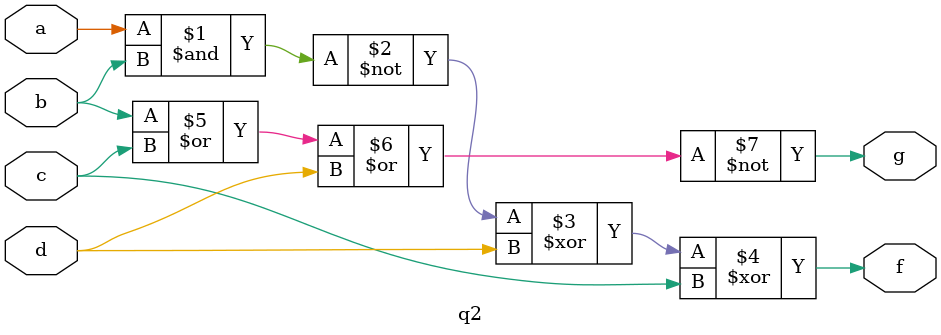
<source format=v>
module q2(a,b,c,d,f,g);

input a,b,c,d;
output f,g;

assign f = ((~(a & b)) ^ d ^ c);
assign g = ~(b | c | d);

endmodule
</source>
